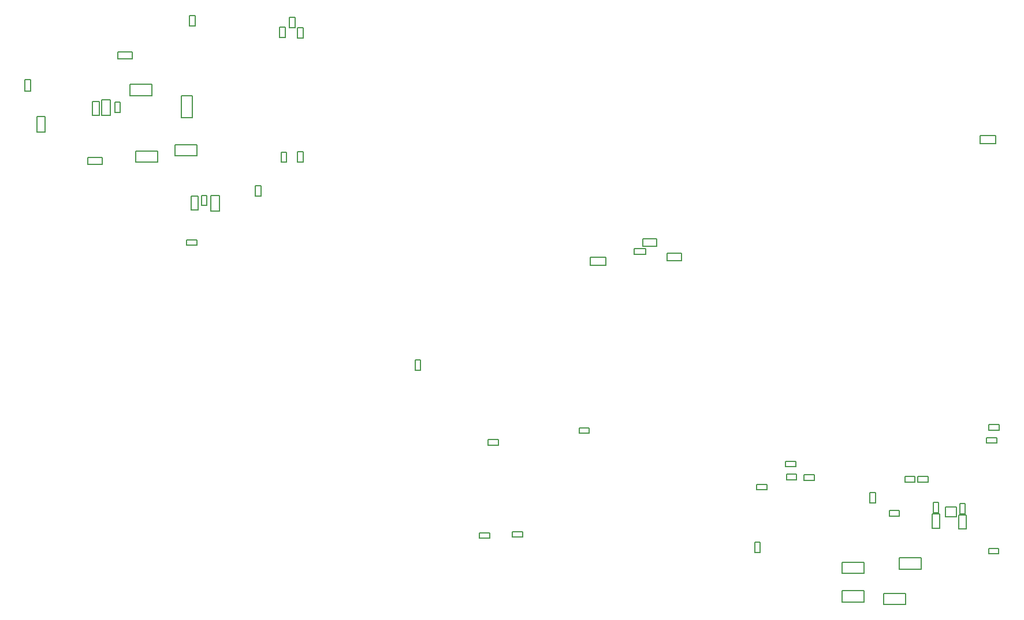
<source format=gbr>
G04*
G04 #@! TF.GenerationSoftware,Altium Limited,Altium Designer,23.7.1 (13)*
G04*
G04 Layer_Color=16711935*
%FSLAX25Y25*%
%MOIN*%
G70*
G04*
G04 #@! TF.SameCoordinates,AF00DCEB-AC48-4C7C-91EA-99F42E284231*
G04*
G04*
G04 #@! TF.FilePolarity,Positive*
G04*
G01*
G75*
%ADD15C,0.00787*%
D15*
X594109Y-289839D02*
Y-281680D01*
Y-289839D02*
X598331D01*
Y-281680D01*
X594109D02*
X598331D01*
X546046Y-274828D02*
Y-268874D01*
X542896D02*
X546046D01*
X542896Y-274828D02*
Y-268874D01*
Y-274828D02*
X546046D01*
X582441Y-280469D02*
Y-274515D01*
X579291D02*
X582441D01*
X579291Y-280469D02*
Y-274515D01*
Y-280469D02*
X582441D01*
X578755Y-289446D02*
Y-281286D01*
Y-289446D02*
X582977D01*
Y-281286D01*
X578755D02*
X582977D01*
X553959Y-279180D02*
X559912D01*
X553959Y-282330D02*
Y-279180D01*
Y-282330D02*
X559912D01*
Y-279180D01*
X586503Y-282847D02*
X592802D01*
Y-277138D01*
X586503D02*
X592802D01*
X586503Y-282847D02*
Y-277138D01*
X597795Y-281256D02*
Y-275303D01*
X594646D02*
X597795D01*
X594646Y-281256D02*
Y-275303D01*
Y-281256D02*
X597795D01*
X476298Y-303364D02*
Y-297410D01*
Y-303364D02*
X479447D01*
Y-297410D01*
X476298D02*
X479447D01*
X483292Y-267323D02*
Y-264173D01*
X477338Y-267323D02*
X483292D01*
X477338D02*
Y-264173D01*
X483292D01*
X188189Y-91511D02*
X191339D01*
Y-97465D02*
Y-91511D01*
X188189Y-97465D02*
X191339D01*
X188189D02*
Y-91511D01*
X150176Y6920D02*
X153325D01*
Y967D02*
Y6920D01*
X150176Y967D02*
X153325D01*
X150176D02*
Y6920D01*
X500221Y-253937D02*
Y-250787D01*
X494268Y-253937D02*
X500221D01*
X494268D02*
Y-250787D01*
X500221D01*
X504701Y-261711D02*
Y-258561D01*
X510654D01*
Y-261711D02*
Y-258561D01*
X504701Y-261711D02*
X510654D01*
X500614Y-261417D02*
Y-258268D01*
X494661Y-261417D02*
X500614D01*
X494661D02*
Y-258268D01*
X500614D01*
X568922Y-262694D02*
Y-259544D01*
X562968Y-262694D02*
X568922D01*
X562968D02*
Y-259544D01*
X568922D01*
X570350Y-262697D02*
Y-259547D01*
X576303D01*
Y-262697D02*
Y-259547D01*
X570350Y-262697D02*
X576303D01*
X207874Y-221D02*
X211024D01*
X207874D02*
Y5733D01*
X211024D01*
Y-221D02*
Y5733D01*
X202264Y-5929D02*
X205413D01*
X202264D02*
Y24D01*
X205413D01*
Y-5929D02*
Y24D01*
X212598Y-6126D02*
X215748D01*
X212598D02*
Y-173D01*
X215748D01*
Y-6126D02*
Y-173D01*
X202962Y-72023D02*
X206112D01*
Y-77977D02*
Y-72023D01*
X202962Y-77977D02*
X206112D01*
X202962D02*
Y-72023D01*
X212598Y-71826D02*
X215748D01*
Y-77780D02*
Y-71826D01*
X212598Y-77780D02*
X215748D01*
X212598D02*
Y-71826D01*
X406890Y-127953D02*
X413583D01*
X406890Y-131102D02*
Y-127953D01*
Y-131102D02*
X413583D01*
Y-127953D01*
X411668Y-122298D02*
X419828D01*
X411668Y-126521D02*
Y-122298D01*
Y-126521D02*
X419828D01*
Y-122298D01*
X425756Y-130566D02*
X434086D01*
X425756Y-134788D02*
Y-130566D01*
Y-134788D02*
X434086D01*
Y-130566D01*
X55249Y-36909D02*
X58399D01*
X55249D02*
Y-30217D01*
X58399D01*
Y-36909D02*
Y-30217D01*
X108913Y-14031D02*
X117072D01*
X108913Y-18253D02*
Y-14031D01*
Y-18253D02*
X117072D01*
Y-14031D01*
X91590Y-79277D02*
Y-75054D01*
X99749D01*
Y-79277D02*
Y-75054D01*
X91590Y-79277D02*
X99749D01*
X107087Y-43222D02*
X110236D01*
Y-49175D02*
Y-43222D01*
X107087Y-49175D02*
X110236D01*
X107087D02*
Y-43222D01*
X280315Y-192299D02*
X283465D01*
Y-198252D02*
Y-192299D01*
X280315Y-198252D02*
X283465D01*
X280315D02*
Y-192299D01*
X336393Y-291339D02*
X342347D01*
X336393Y-294488D02*
Y-291339D01*
Y-294488D02*
X342347D01*
Y-291339D01*
X317496Y-292126D02*
X323449D01*
X317496Y-295276D02*
Y-292126D01*
Y-295276D02*
X323449D01*
Y-292126D01*
X322614Y-238189D02*
X328567D01*
X322614Y-241339D02*
Y-238189D01*
Y-241339D02*
X328567D01*
Y-238189D01*
X374976Y-234547D02*
X380929D01*
Y-231398D01*
X374976D02*
X380929D01*
X374976Y-234547D02*
Y-231398D01*
X550787Y-327067D02*
X563386D01*
X550787Y-333563D02*
Y-327067D01*
Y-333563D02*
X563386D01*
Y-327067D01*
X526920Y-332085D02*
X539518D01*
Y-325589D01*
X526920D02*
X539518D01*
X526920Y-332085D02*
Y-325589D01*
X559842Y-313090D02*
X572441D01*
Y-306594D01*
X559842D02*
X572441D01*
X559842Y-313090D02*
Y-306594D01*
X526920Y-315521D02*
X539518D01*
Y-309024D01*
X526920D02*
X539518D01*
X526920Y-315521D02*
Y-309024D01*
X115748Y-32972D02*
X128347D01*
X115748Y-39469D02*
Y-32972D01*
Y-39469D02*
X128347D01*
Y-32972D01*
X119104Y-77823D02*
X131703D01*
Y-71326D01*
X119104D02*
X131703D01*
X119104Y-77823D02*
Y-71326D01*
X154332Y-74321D02*
Y-67824D01*
X141734Y-74321D02*
X154332D01*
X141734D02*
Y-67824D01*
X154332D01*
X145384Y-39419D02*
X151880D01*
Y-52017D02*
Y-39419D01*
X145384Y-52017D02*
X151880D01*
X145384D02*
Y-39419D01*
X610015Y-240158D02*
X615969D01*
Y-237008D01*
X610015D02*
X615969D01*
X610015Y-240158D02*
Y-237008D01*
X611349Y-232677D02*
X617303D01*
Y-229528D01*
X611349D02*
X617303D01*
X611349Y-232677D02*
Y-229528D01*
X611373Y-304232D02*
X617170D01*
Y-301279D01*
X611373D02*
X617170D01*
X611373Y-304232D02*
Y-301279D01*
X381429Y-132677D02*
X390484D01*
X381429Y-137402D02*
Y-132677D01*
Y-137402D02*
X390484D01*
Y-132677D01*
X66890Y-60501D02*
Y-51446D01*
X62165D02*
X66890D01*
X62165Y-60501D02*
Y-51446D01*
Y-60501D02*
X66890D01*
X93952Y-42771D02*
X98174D01*
Y-50930D02*
Y-42771D01*
X93952Y-50930D02*
X98174D01*
X93952D02*
Y-42771D01*
X99606Y-41929D02*
X104331D01*
Y-50984D02*
Y-41929D01*
X99606Y-50984D02*
X104331D01*
X99606D02*
Y-41929D01*
X606496Y-62598D02*
X615551D01*
X606496Y-67323D02*
Y-62598D01*
Y-67323D02*
X615551D01*
Y-62598D01*
X148515Y-122736D02*
X154312D01*
X148515Y-125689D02*
Y-122736D01*
Y-125689D02*
X154312D01*
Y-122736D01*
X162598Y-106102D02*
Y-97047D01*
Y-106102D02*
X167323D01*
Y-97047D01*
X162598D02*
X167323D01*
X151038Y-105655D02*
Y-97495D01*
Y-105655D02*
X155261D01*
Y-97495D01*
X151038D02*
X155261D01*
X160236Y-102966D02*
Y-97013D01*
X157087D02*
X160236D01*
X157087Y-102966D02*
Y-97013D01*
Y-102966D02*
X160236D01*
M02*

</source>
